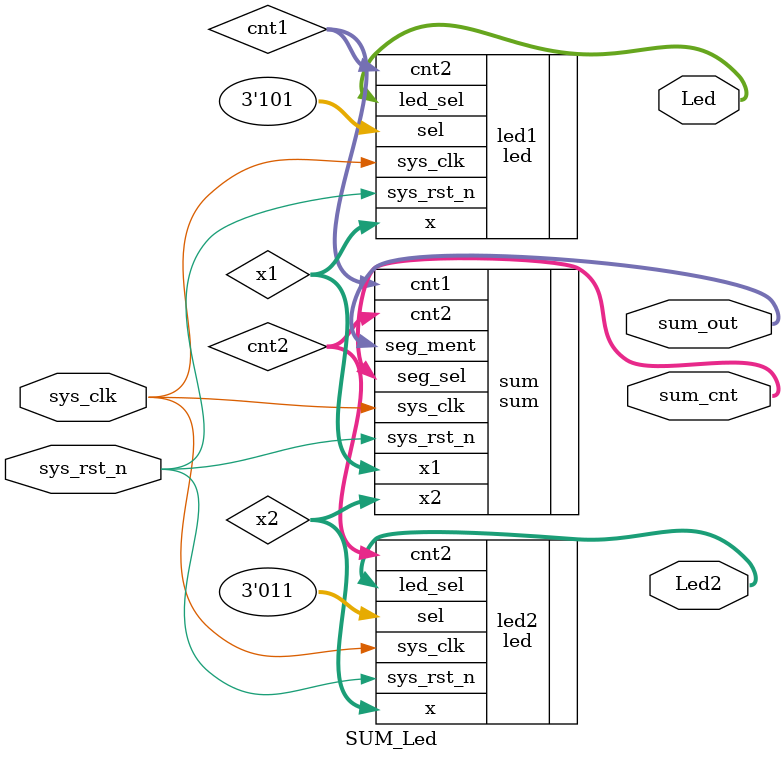
<source format=v>
/*****************************************************

*****************************************************/
module  SUM_Led
#(
//****************************************************//

//定义晶振频率50M
    parameter Red = 3'b011  ,

    parameter Yellow = 3'b101,

    parameter Green = 3'b110 
	
//****************************************************//
)
(
    input   wire            sys_clk     ,   //输入工作时钟,频率50MHz
    input   wire            sys_rst_n   ,   //输入复位信号,低电平有效

	output  wire    [3:0]    sum_cnt		,
    output  wire    [6:0]    sum_out         ,
	output  wire    [2:0]    Led		,
	
	output  wire    [2:0]    Led2		
);

wire     [ 5:0]  cnt1         ;    //0.1ms
wire     [ 5:0]  x1         ;    //0.1ms

wire     [ 5:0]  cnt2         ;    //0.1ms
wire     [ 5:0]  x2         ;    //0.1ms
//********************************************************************//
//***************************** Main Code ****************************//
//********************************************************************//
//***************************** Main Code ****************************//
//********************************************************************//
//***************************** Main Code ****************************//
//********************************************************************//

led  led1(
		.sys_clk  	(sys_clk)  ,   //输入工作时钟,频率50MHz
		.sys_rst_n	(sys_rst_n)  ,   //输入复位信号,低电平有效
		.sel		(Yellow)    ,

		.x			(x1),

		.cnt2		(cnt1),
		.led_sel  	(Led)
);


led  led2(
		.sys_clk  	(sys_clk)  ,   //输入工作时钟,频率50MHz
		.sys_rst_n	(sys_rst_n)  ,   //输入复位信号,低电平有效
		.sel		(Red)    ,

		.x			(x2),

		.cnt2		(cnt2),
		.led_sel  	(Led2)
);

sum  sum(
		.sys_clk	(sys_clk)  ,   //输入工作时钟,频率50MHz
		.sys_rst_n	(sys_rst_n)  ,   //输入复位信号,低电平有效
		
		.cnt1		(cnt1),
		.x1			(x1),

		.cnt2		(cnt2),
		.x2			(x2),
		
		.seg_sel	(sum_cnt),
		.seg_ment	(sum_out)
);

endmodule

</source>
